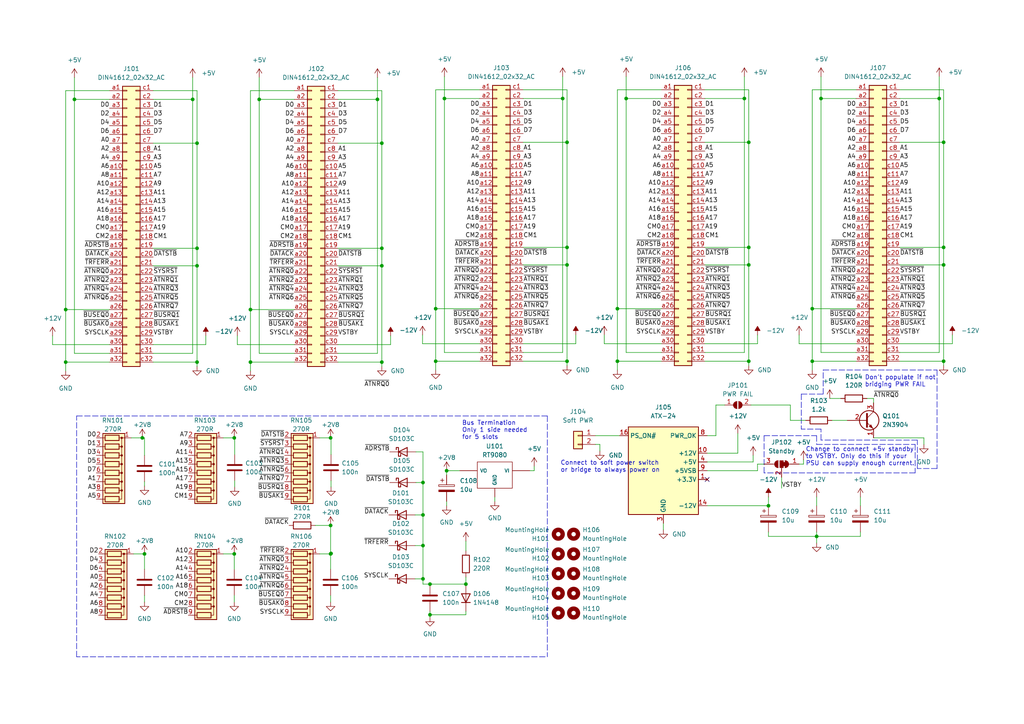
<source format=kicad_sch>
(kicad_sch (version 20211123) (generator eeschema)
  (paper "A4")
  (title_block (title "5 Slot STEbus Backplane") (date "2023-04-27") (rev "1") (company "notcows"))
  (junction (at 57.15 72.009))
  (junction (at 19.05 105.029))
  (junction (at 181.61 28.575))
  (junction (at 164.465 104.775))
  (junction (at 236.855 155.575))
  (junction (at 57.15 77.089))
  (junction (at 72.644 89.789))
  (junction (at 129.54 136.525))
  (junction (at 57.15 105.029))
  (junction (at 72.644 105.029))
  (junction (at 96.012 160.528))
  (junction (at 179.07 89.535))
  (junction (at 122.682 167.894))
  (junction (at 273.685 41.275))
  (junction (at 110.744 105.029))
  (junction (at 273.685 71.755))
  (junction (at 19.05 89.789))
  (junction (at 126.365 89.535))
  (junction (at 21.59 28.829))
  (junction (at 67.945 127))
  (junction (at 67.945 160.655))
  (junction (at 222.885 146.685))
  (junction (at 235.585 104.775))
  (junction (at 57.15 41.529))
  (junction (at 126.365 104.775))
  (junction (at 41.275 127))
  (junction (at 122.682 139.954))
  (junction (at 215.9 28.575))
  (junction (at 164.465 41.275))
  (junction (at 124.714 169.418))
  (junction (at 128.905 28.575))
  (junction (at 124.714 178.308))
  (junction (at 95.885 127))
  (junction (at 273.685 76.835))
  (junction (at 164.465 71.755))
  (junction (at 122.682 149.352))
  (junction (at 122.682 158.242))
  (junction (at 217.17 76.835))
  (junction (at 75.184 28.829))
  (junction (at 273.685 104.775))
  (junction (at 95.885 152.4))
  (junction (at 235.585 89.535))
  (junction (at 110.744 77.089))
  (junction (at 179.07 104.775))
  (junction (at 272.415 28.575))
  (junction (at 41.91 160.655))
  (junction (at 217.17 71.755))
  (junction (at 217.17 41.275))
  (junction (at 110.744 41.529))
  (junction (at 135.128 169.418))
  (junction (at 95.885 160.655))
  (junction (at 109.474 28.829))
  (junction (at 110.744 72.009))
  (junction (at 163.195 28.575))
  (junction (at 238.125 28.575))
  (junction (at 217.17 104.775))
  (junction (at 55.88 28.829))
  (junction (at 164.465 76.835))
  (no_connect (at 205.105 139.065))
  (wire (pts (xy 248.285 99.695) (xy 231.775 99.695)))
  (wire (pts (xy 213.995 131.445) (xy 213.995 125.73)))
  (wire (pts (xy 126.365 89.535) (xy 139.065 89.535)))
  (wire (pts (xy 31.75 26.289) (xy 19.05 26.289)))
  (wire (pts (xy 135.128 167.386) (xy 135.128 169.418)))
  (wire (pts (xy 191.77 28.575) (xy 181.61 28.575)))
  (wire (pts (xy 139.065 26.035) (xy 126.365 26.035)))
  (wire (pts (xy 44.45 26.289) (xy 57.15 26.289)))
  (wire (pts (xy 41.91 127) (xy 41.91 132.08)))
  (wire (pts (xy 164.465 106.045) (xy 164.465 104.775)))
  (wire (pts (xy 235.585 26.035) (xy 235.585 89.535)))
  (wire (pts (xy 260.985 99.695) (xy 276.225 99.695)))
  (wire (pts (xy 72.644 105.029) (xy 72.644 107.569)))
  (wire (pts (xy 241.3 121.92) (xy 245.745 121.92)))
  (wire (pts (xy 222.885 155.575) (xy 236.855 155.575)))
  (wire (pts (xy 181.61 102.235) (xy 191.77 102.235)))
  (wire (pts (xy 167.005 99.695) (xy 167.005 97.155)))
  (wire (pts (xy 233.045 134.62) (xy 233.045 133.35)))
  (wire (pts (xy 272.415 102.235) (xy 272.415 28.575)))
  (wire (pts (xy 260.985 71.755) (xy 273.685 71.755)))
  (wire (pts (xy 273.685 71.755) (xy 273.685 76.835)))
  (wire (pts (xy 253.365 115.57) (xy 253.365 116.84)))
  (wire (pts (xy 179.07 89.535) (xy 191.77 89.535)))
  (wire (pts (xy 98.044 28.829) (xy 109.474 28.829)))
  (polyline (pts (xy 238.125 127.635) (xy 238.125 124.46)))
  (wire (pts (xy 151.765 102.235) (xy 163.195 102.235)))
  (wire (pts (xy 143.51 144.145) (xy 143.51 145.415)))
  (wire (pts (xy 235.585 89.535) (xy 248.285 89.535)))
  (wire (pts (xy 205.105 131.445) (xy 213.995 131.445)))
  (wire (pts (xy 21.59 28.829) (xy 21.59 22.479)))
  (wire (pts (xy 236.855 155.575) (xy 236.855 157.48)))
  (wire (pts (xy 122.555 99.695) (xy 122.555 97.155)))
  (polyline (pts (xy 158.75 120.65) (xy 158.75 190.5)))
  (wire (pts (xy 98.044 77.089) (xy 110.744 77.089)))
  (wire (pts (xy 98.044 99.949) (xy 113.284 99.949)))
  (wire (pts (xy 173.99 130.81) (xy 173.99 128.905)))
  (wire (pts (xy 110.744 26.289) (xy 110.744 41.529)))
  (wire (pts (xy 205.105 136.525) (xy 219.71 136.525)))
  (wire (pts (xy 44.45 77.089) (xy 57.15 77.089)))
  (wire (pts (xy 235.585 104.775) (xy 235.585 107.315)))
  (wire (pts (xy 135.128 156.972) (xy 135.128 159.766)))
  (wire (pts (xy 75.184 28.829) (xy 75.184 102.489)))
  (wire (pts (xy 249.555 144.145) (xy 249.555 146.685)))
  (wire (pts (xy 19.05 89.789) (xy 19.05 105.029)))
  (wire (pts (xy 120.396 149.352) (xy 122.682 149.352)))
  (wire (pts (xy 231.775 134.62) (xy 233.045 134.62)))
  (wire (pts (xy 68.834 99.949) (xy 68.834 97.409)))
  (wire (pts (xy 57.15 106.299) (xy 57.15 105.029)))
  (wire (pts (xy 151.765 76.835) (xy 164.465 76.835)))
  (wire (pts (xy 57.15 77.089) (xy 57.15 105.029)))
  (polyline (pts (xy 265.43 128.905) (xy 265.43 137.16)))
  (wire (pts (xy 95.885 152.4) (xy 95.885 160.655)))
  (wire (pts (xy 215.9 28.575) (xy 215.9 22.225)))
  (wire (pts (xy 248.285 28.575) (xy 238.125 28.575)))
  (wire (pts (xy 172.72 126.365) (xy 179.705 126.365)))
  (wire (pts (xy 92.71 160.655) (xy 95.885 160.655)))
  (wire (pts (xy 31.75 28.829) (xy 21.59 28.829)))
  (wire (pts (xy 120.396 167.894) (xy 122.682 167.894)))
  (wire (pts (xy 217.805 117.475) (xy 229.235 117.475)))
  (wire (pts (xy 19.05 26.289) (xy 19.05 89.789)))
  (wire (pts (xy 120.396 158.242) (xy 122.682 158.242)))
  (wire (pts (xy 273.685 26.035) (xy 273.685 41.275)))
  (wire (pts (xy 217.17 26.035) (xy 217.17 41.275)))
  (wire (pts (xy 204.47 76.835) (xy 217.17 76.835)))
  (wire (pts (xy 248.285 26.035) (xy 235.585 26.035)))
  (wire (pts (xy 31.75 105.029) (xy 19.05 105.029)))
  (wire (pts (xy 57.15 41.529) (xy 57.15 72.009)))
  (wire (pts (xy 110.744 77.089) (xy 110.744 105.029)))
  (wire (pts (xy 19.05 105.029) (xy 19.05 107.569)))
  (wire (pts (xy 267.97 127) (xy 267.97 128.905)))
  (wire (pts (xy 260.985 41.275) (xy 273.685 41.275)))
  (wire (pts (xy 139.065 104.775) (xy 126.365 104.775)))
  (wire (pts (xy 151.765 28.575) (xy 163.195 28.575)))
  (wire (pts (xy 41.91 172.72) (xy 41.91 174.625)))
  (wire (pts (xy 226.695 138.43) (xy 226.695 141.605)))
  (wire (pts (xy 191.77 99.695) (xy 175.26 99.695)))
  (wire (pts (xy 204.47 71.755) (xy 217.17 71.755)))
  (wire (pts (xy 41.91 160.655) (xy 41.91 165.1)))
  (wire (pts (xy 205.105 133.985) (xy 218.44 133.985)))
  (wire (pts (xy 95.885 160.655) (xy 95.885 165.1)))
  (polyline (pts (xy 266.065 135.89) (xy 266.065 127.635)))
  (wire (pts (xy 91.44 152.4) (xy 95.885 152.4)))
  (polyline (pts (xy 265.43 137.16) (xy 221.615 137.16)))
  (wire (pts (xy 217.17 71.755) (xy 217.17 76.835)))
  (wire (pts (xy 260.985 102.235) (xy 272.415 102.235)))
  (polyline (pts (xy 236.855 128.905) (xy 265.43 128.905)))
  (wire (pts (xy 179.07 104.775) (xy 179.07 107.315)))
  (wire (pts (xy 85.344 105.029) (xy 72.644 105.029)))
  (wire (pts (xy 260.985 26.035) (xy 273.685 26.035)))
  (wire (pts (xy 133.35 136.525) (xy 129.54 136.525)))
  (wire (pts (xy 273.685 76.835) (xy 273.685 104.775)))
  (wire (pts (xy 179.07 26.035) (xy 179.07 89.535)))
  (wire (pts (xy 273.685 106.045) (xy 273.685 104.775)))
  (polyline (pts (xy 221.615 126.365) (xy 236.855 126.365)))
  (wire (pts (xy 124.714 169.418) (xy 124.714 169.672)))
  (wire (pts (xy 19.05 89.789) (xy 31.75 89.789)))
  (wire (pts (xy 207.645 117.475) (xy 207.645 126.365)))
  (wire (pts (xy 175.26 99.695) (xy 175.26 97.155)))
  (wire (pts (xy 260.985 76.835) (xy 273.685 76.835)))
  (wire (pts (xy 110.744 105.029) (xy 98.044 105.029)))
  (wire (pts (xy 164.465 41.275) (xy 164.465 71.755)))
  (wire (pts (xy 204.47 102.235) (xy 215.9 102.235)))
  (wire (pts (xy 98.044 102.489) (xy 109.474 102.489)))
  (wire (pts (xy 38.1 127) (xy 41.275 127)))
  (polyline (pts (xy 271.78 107.315) (xy 271.78 135.89)))
  (wire (pts (xy 249.555 155.575) (xy 249.555 154.305)))
  (wire (pts (xy 95.885 127) (xy 96.012 127)))
  (wire (pts (xy 236.855 155.575) (xy 249.555 155.575)))
  (wire (pts (xy 72.644 89.789) (xy 72.644 105.029)))
  (wire (pts (xy 192.405 151.765) (xy 192.405 153.67)))
  (wire (pts (xy 217.17 76.835) (xy 217.17 104.775)))
  (polyline (pts (xy 158.115 190.5) (xy 22.225 190.5)))
  (wire (pts (xy 64.77 160.655) (xy 67.945 160.655)))
  (wire (pts (xy 273.685 104.775) (xy 260.985 104.775)))
  (wire (pts (xy 85.344 99.949) (xy 68.834 99.949)))
  (wire (pts (xy 122.682 131.064) (xy 122.682 139.954)))
  (polyline (pts (xy 238.76 107.315) (xy 271.78 107.315)))
  (wire (pts (xy 154.94 136.525) (xy 153.67 136.525)))
  (wire (pts (xy 126.365 104.775) (xy 126.365 107.315)))
  (wire (pts (xy 219.71 134.62) (xy 221.615 134.62)))
  (wire (pts (xy 139.065 99.695) (xy 122.555 99.695)))
  (wire (pts (xy 68.072 139.446) (xy 68.072 141.224)))
  (wire (pts (xy 217.17 41.275) (xy 217.17 71.755)))
  (wire (pts (xy 44.45 102.489) (xy 55.88 102.489)))
  (wire (pts (xy 68.072 127) (xy 68.072 131.826)))
  (wire (pts (xy 41.275 127) (xy 41.91 127)))
  (wire (pts (xy 129.54 136.525) (xy 129.54 137.795)))
  (wire (pts (xy 164.465 76.835) (xy 164.465 104.775)))
  (wire (pts (xy 229.235 117.475) (xy 229.235 121.92)))
  (wire (pts (xy 109.474 28.829) (xy 109.474 22.479)))
  (wire (pts (xy 21.59 102.489) (xy 31.75 102.489)))
  (wire (pts (xy 238.125 102.235) (xy 248.285 102.235)))
  (wire (pts (xy 128.905 102.235) (xy 139.065 102.235)))
  (polyline (pts (xy 238.76 114.3) (xy 238.76 107.315)))
  (wire (pts (xy 273.685 41.275) (xy 273.685 71.755)))
  (polyline (pts (xy 271.78 135.89) (xy 266.065 135.89)))
  (wire (pts (xy 110.744 106.299) (xy 110.744 105.029)))
  (wire (pts (xy 57.15 72.009) (xy 57.15 77.089)))
  (wire (pts (xy 126.365 26.035) (xy 126.365 89.535)))
  (wire (pts (xy 231.775 99.695) (xy 231.775 97.155)))
  (wire (pts (xy 240.665 115.57) (xy 243.84 115.57)))
  (wire (pts (xy 135.128 178.308) (xy 124.714 178.308)))
  (wire (pts (xy 222.885 146.685) (xy 222.885 144.145)))
  (wire (pts (xy 21.59 28.829) (xy 21.59 102.489)))
  (wire (pts (xy 57.15 105.029) (xy 44.45 105.029)))
  (wire (pts (xy 110.744 72.009) (xy 110.744 77.089)))
  (wire (pts (xy 122.682 158.242) (xy 122.682 167.894)))
  (polyline (pts (xy 221.615 137.16) (xy 221.615 126.365)))
  (wire (pts (xy 135.128 169.418) (xy 135.128 169.672)))
  (wire (pts (xy 98.044 72.009) (xy 110.744 72.009)))
  (wire (pts (xy 85.344 26.289) (xy 72.644 26.289)))
  (polyline (pts (xy 238.125 124.46) (xy 232.41 124.46)))
  (wire (pts (xy 67.945 127) (xy 68.072 127)))
  (wire (pts (xy 164.465 104.775) (xy 151.765 104.775)))
  (polyline (pts (xy 236.855 126.365) (xy 236.855 128.905)))
  (wire (pts (xy 151.765 71.755) (xy 164.465 71.755)))
  (wire (pts (xy 98.044 41.529) (xy 110.744 41.529)))
  (polyline (pts (xy 22.225 120.65) (xy 158.75 120.65)))
  (wire (pts (xy 218.44 133.985) (xy 218.44 132.08)))
  (wire (pts (xy 120.65 131.064) (xy 122.682 131.064)))
  (wire (pts (xy 235.585 89.535) (xy 235.585 104.775)))
  (wire (pts (xy 38.735 160.655) (xy 41.91 160.655)))
  (wire (pts (xy 204.47 99.695) (xy 219.71 99.695)))
  (wire (pts (xy 72.644 89.789) (xy 85.344 89.789)))
  (wire (pts (xy 238.125 28.575) (xy 238.125 22.225)))
  (wire (pts (xy 128.905 28.575) (xy 128.905 102.235)))
  (wire (pts (xy 191.77 26.035) (xy 179.07 26.035)))
  (wire (pts (xy 154.94 135.255) (xy 154.94 136.525)))
  (wire (pts (xy 151.765 41.275) (xy 164.465 41.275)))
  (wire (pts (xy 124.714 169.418) (xy 135.128 169.418)))
  (wire (pts (xy 75.184 28.829) (xy 75.184 22.479)))
  (wire (pts (xy 44.45 41.529) (xy 57.15 41.529)))
  (wire (pts (xy 31.75 99.949) (xy 15.24 99.949)))
  (wire (pts (xy 251.46 115.57) (xy 253.365 115.57)))
  (wire (pts (xy 248.285 104.775) (xy 235.585 104.775)))
  (wire (pts (xy 236.855 144.145) (xy 236.855 146.685)))
  (wire (pts (xy 64.77 127) (xy 67.945 127)))
  (wire (pts (xy 204.47 26.035) (xy 217.17 26.035)))
  (wire (pts (xy 44.45 72.009) (xy 57.15 72.009)))
  (wire (pts (xy 217.17 106.045) (xy 217.17 104.775)))
  (wire (pts (xy 129.54 145.415) (xy 129.54 146.685)))
  (wire (pts (xy 122.682 167.894) (xy 122.682 169.418)))
  (wire (pts (xy 219.71 136.525) (xy 219.71 134.62)))
  (wire (pts (xy 113.284 99.949) (xy 113.284 97.409)))
  (wire (pts (xy 98.044 26.289) (xy 110.744 26.289)))
  (wire (pts (xy 44.45 28.829) (xy 55.88 28.829)))
  (wire (pts (xy 217.17 104.775) (xy 204.47 104.775)))
  (wire (pts (xy 236.855 154.305) (xy 236.855 155.575)))
  (wire (pts (xy 96.012 139.446) (xy 96.012 141.224)))
  (wire (pts (xy 122.682 169.418) (xy 124.714 169.418)))
  (wire (pts (xy 229.235 121.92) (xy 233.68 121.92)))
  (wire (pts (xy 139.065 28.575) (xy 128.905 28.575)))
  (wire (pts (xy 15.24 99.949) (xy 15.24 97.409)))
  (wire (pts (xy 92.71 127) (xy 95.885 127)))
  (wire (pts (xy 164.465 71.755) (xy 164.465 76.835)))
  (wire (pts (xy 151.765 26.035) (xy 164.465 26.035)))
  (wire (pts (xy 110.744 41.529) (xy 110.744 72.009)))
  (wire (pts (xy 173.99 128.905) (xy 172.72 128.905)))
  (polyline (pts (xy 232.41 114.3) (xy 238.76 114.3)))
  (wire (pts (xy 163.195 28.575) (xy 163.195 22.225)))
  (wire (pts (xy 272.415 28.575) (xy 272.415 22.225)))
  (wire (pts (xy 85.344 28.829) (xy 75.184 28.829)))
  (wire (pts (xy 122.682 139.954) (xy 122.682 149.352)))
  (wire (pts (xy 260.985 28.575) (xy 272.415 28.575)))
  (wire (pts (xy 163.195 102.235) (xy 163.195 28.575)))
  (wire (pts (xy 44.45 99.949) (xy 59.69 99.949)))
  (wire (pts (xy 204.47 41.275) (xy 217.17 41.275)))
  (wire (pts (xy 179.07 89.535) (xy 179.07 104.775)))
  (wire (pts (xy 124.714 177.292) (xy 124.714 178.308)))
  (wire (pts (xy 210.185 117.475) (xy 207.645 117.475)))
  (wire (pts (xy 205.105 146.685) (xy 222.885 146.685)))
  (wire (pts (xy 109.474 102.489) (xy 109.474 28.829)))
  (wire (pts (xy 164.465 26.035) (xy 164.465 41.275)))
  (wire (pts (xy 222.885 154.305) (xy 222.885 155.575)))
  (wire (pts (xy 205.105 126.365) (xy 207.645 126.365)))
  (wire (pts (xy 181.61 28.575) (xy 181.61 102.235)))
  (wire (pts (xy 151.765 99.695) (xy 167.005 99.695)))
  (wire (pts (xy 41.91 139.7) (xy 41.91 140.97)))
  (wire (pts (xy 219.71 99.695) (xy 219.71 97.155)))
  (wire (pts (xy 96.012 127) (xy 96.012 131.826)))
  (wire (pts (xy 59.69 99.949) (xy 59.69 97.409)))
  (wire (pts (xy 67.945 172.72) (xy 67.945 174.625)))
  (wire (pts (xy 55.88 102.489) (xy 55.88 28.829)))
  (wire (pts (xy 238.125 28.575) (xy 238.125 102.235)))
  (polyline (pts (xy 266.065 127.635) (xy 238.125 127.635)))
  (wire (pts (xy 95.885 172.72) (xy 95.885 174.625)))
  (polyline (pts (xy 22.225 190.5) (xy 22.225 120.65)))
  (wire (pts (xy 124.714 178.308) (xy 124.714 179.07)))
  (wire (pts (xy 57.15 26.289) (xy 57.15 41.529)))
  (wire (pts (xy 128.905 28.575) (xy 128.905 22.225)))
  (wire (pts (xy 126.365 89.535) (xy 126.365 104.775)))
  (wire (pts (xy 55.88 28.829) (xy 55.88 22.479)))
  (wire (pts (xy 215.9 102.235) (xy 215.9 28.575)))
  (wire (pts (xy 191.77 104.775) (xy 179.07 104.775)))
  (wire (pts (xy 204.47 28.575) (xy 215.9 28.575)))
  (wire (pts (xy 181.61 28.575) (xy 181.61 22.225)))
  (wire (pts (xy 135.128 177.292) (xy 135.128 178.308)))
  (wire (pts (xy 276.225 99.695) (xy 276.225 97.155)))
  (wire (pts (xy 253.365 127) (xy 267.97 127)))
  (wire (pts (xy 95.885 160.655) (xy 96.012 160.528)))
  (wire (pts (xy 75.184 102.489) (xy 85.344 102.489)))
  (wire (pts (xy 72.644 26.289) (xy 72.644 89.789)))
  (wire (pts (xy 122.682 149.352) (xy 122.682 158.242)))
  (wire (pts (xy 120.65 139.954) (xy 122.682 139.954)))
  (wire (pts (xy 67.945 160.655) (xy 67.945 165.1)))
  (polyline (pts (xy 232.41 114.3) (xy 232.41 124.46)))
  (text "Change to connect +5v standby\nto VSTBY. Only do this if your\nPSU can supply enough current." (at 233.68 135.255 0) (effects (font (size 1.27 1.27)) (justify left bottom)))
  (text "Connect to soft power switch\nor bridge to always power on" (at 162.56 137.16 0) (effects (font (size 1.27 1.27)) (justify left bottom)))
  (text "Bus Termination\nOnly 1 side needed\nfor 5 slots" (at 133.985 127.635 0) (effects (font (size 1.27 1.27)) (justify left bottom)))
  (text "Don't populate if not\nbridging PWR FAIL" (at 250.825 112.395 0) (effects (font (size 1.27 1.27)) (justify left bottom)))
  (label "~{BUSAK0}" (at 248.285 94.615 180))
  (label "D3" (at 44.45 33.909 0))
  (label "~{BUSAK1}" (at 260.985 94.615 0))
  (label "D5" (at 151.765 36.195 0))
  (label "D3" (at 98.044 33.909 0))
  (label "A15" (at 98.044 61.849 0))
  (label "A14" (at 85.344 59.309 180))
  (label "~{ATNRQ3}" (at 98.044 84.709 0))
  (label "A14" (at 31.75 59.309 180))
  (label "D1" (at 44.45 31.369 0))
  (label "~{ATNRQ7}" (at 98.044 89.789 0))
  (label "D6" (at 248.285 38.735 180))
  (label "A14" (at 54.61 165.735 180))
  (label "A7" (at 98.044 51.689 0))
  (label "D1" (at 98.044 31.369 0))
  (label "~{SYSRST}" (at 151.765 79.375 0))
  (label "~{BUSAK1}" (at 98.044 94.869 0))
  (label "A3" (at 260.985 46.355 0))
  (label "A8" (at 191.77 51.435 180))
  (label "~{DATSTB}" (at 151.765 74.295 0))
  (label "D5" (at 260.985 36.195 0))
  (label "~{ATNRQ6}" (at 82.55 170.815 180))
  (label "CM1" (at 260.985 69.215 0))
  (label "~{BUSAK0}" (at 139.065 94.615 180))
  (label "~{BUSRQ1}" (at 260.985 92.075 0))
  (label "~{DATACK}" (at 112.776 149.352 180))
  (label "A11" (at 151.765 56.515 0))
  (label "~{BUSRQ1}" (at 82.55 142.24 180))
  (label "A1" (at 260.985 43.815 0))
  (label "A1" (at 27.94 139.7 180))
  (label "A12" (at 248.285 56.515 180))
  (label "A19" (at 151.765 66.675 0))
  (label "A4" (at 31.75 46.609 180))
  (label "D2" (at 28.575 160.655 180))
  (label "CM1" (at 204.47 69.215 0))
  (label "A7" (at 260.985 51.435 0))
  (label "A2" (at 31.75 44.069 180))
  (label "~{TRFERR}" (at 82.55 160.655 180))
  (label "D0" (at 31.75 31.369 180))
  (label "D7" (at 98.044 38.989 0))
  (label "A11" (at 204.47 56.515 0))
  (label "D3" (at 27.94 132.08 180))
  (label "D0" (at 85.344 31.369 180))
  (label "A1" (at 151.765 43.815 0))
  (label "~{ATNRQ0}" (at 31.75 79.629 180))
  (label "~{DATSTB}" (at 204.47 74.295 0))
  (label "~{ADRSTB}" (at 113.03 131.064 180))
  (label "A10" (at 31.75 54.229 180))
  (label "~{ATNRQ7}" (at 260.985 89.535 0))
  (label "A4" (at 28.575 173.355 180))
  (label "D1" (at 204.47 31.115 0))
  (label "A6" (at 139.065 48.895 180))
  (label "VSTBY" (at 98.044 97.409 0))
  (label "A8" (at 248.285 51.435 180))
  (label "~{ADRSTB}" (at 191.77 71.755 180))
  (label "~{ATNRQ6}" (at 248.285 86.995 180))
  (label "SYSCLK" (at 85.344 97.409 180))
  (label "~{SYSRST}" (at 98.044 79.629 0))
  (label "A18" (at 31.75 64.389 180))
  (label "~{DATSTB}" (at 98.044 74.549 0))
  (label "CM0" (at 54.61 173.355 180))
  (label "A19" (at 44.45 66.929 0))
  (label "~{ADRSTB}" (at 248.285 71.755 180))
  (label "D0" (at 27.94 127 180))
  (label "D2" (at 191.77 33.655 180))
  (label "A6" (at 248.285 48.895 180))
  (label "A11" (at 98.044 56.769 0))
  (label "~{ATNRQ2}" (at 31.75 82.169 180))
  (label "A9" (at 151.765 53.975 0))
  (label "A9" (at 204.47 53.975 0))
  (label "A9" (at 260.985 53.975 0))
  (label "~{ATNRQ3}" (at 82.55 134.62 180))
  (label "~{ATNRQ2}" (at 85.344 82.169 180))
  (label "D3" (at 260.985 33.655 0))
  (label "~{ATNRQ1}" (at 204.47 81.915 0))
  (label "A13" (at 98.044 59.309 0))
  (label "~{ATNRQ4}" (at 82.55 168.275 180))
  (label "CM0" (at 85.344 66.929 180))
  (label "~{TRFERR}" (at 85.344 77.089 180))
  (label "~{BUSAK1}" (at 82.55 144.78 180))
  (label "A15" (at 151.765 61.595 0))
  (label "D5" (at 27.94 134.62 180))
  (label "~{DATSTB}" (at 113.03 139.954 180))
  (label "A12" (at 85.344 56.769 180))
  (label "SYSCLK" (at 112.776 167.894 180))
  (label "A17" (at 260.985 64.135 0))
  (label "~{ATNRQ7}" (at 82.55 139.7 180))
  (label "A5" (at 151.765 48.895 0))
  (label "D2" (at 139.065 33.655 180))
  (label "~{ATNRQ3}" (at 260.985 84.455 0))
  (label "~{DATACK}" (at 83.82 152.4 180))
  (label "A0" (at 31.75 41.529 180))
  (label "~{ATNRQ6}" (at 31.75 87.249 180))
  (label "CM0" (at 139.065 66.675 180))
  (label "D3" (at 204.47 33.655 0))
  (label "A16" (at 85.344 61.849 180))
  (label "D7" (at 44.45 38.989 0))
  (label "D6" (at 139.065 38.735 180))
  (label "D1" (at 151.765 31.115 0))
  (label "A12" (at 191.77 56.515 180))
  (label "A0" (at 139.065 41.275 180))
  (label "VSTBY" (at 226.695 141.605 0))
  (label "~{TRFERR}" (at 31.75 77.089 180))
  (label "~{BUSEQ0}" (at 248.285 92.075 180))
  (label "SYSCLK" (at 31.75 97.409 180))
  (label "D7" (at 27.94 137.16 180))
  (label "A2" (at 28.575 170.815 180))
  (label "D5" (at 204.47 36.195 0))
  (label "~{ATNRQ0}" (at 248.285 79.375 180))
  (label "A2" (at 85.344 44.069 180))
  (label "A11" (at 260.985 56.515 0))
  (label "A16" (at 248.285 61.595 180))
  (label "~{SYSRST}" (at 204.47 79.375 0))
  (label "~{ATNRQ1}" (at 98.044 82.169 0))
  (label "D6" (at 31.75 38.989 180))
  (label "~{ATNRQ0}" (at 82.55 163.195 180))
  (label "~{BUSRQ1}" (at 204.47 92.075 0))
  (label "A1" (at 98.044 44.069 0))
  (label "D0" (at 248.285 31.115 180))
  (label "A6" (at 28.575 175.895 180))
  (label "A4" (at 139.065 46.355 180))
  (label "~{ATNRQ1}" (at 44.45 82.169 0))
  (label "~{BUSAK1}" (at 151.765 94.615 0))
  (label "A3" (at 98.044 46.609 0))
  (label "A19" (at 98.044 66.929 0))
  (label "A11" (at 54.61 132.08 180))
  (label "~{ATNRQ6}" (at 85.344 87.249 180))
  (label "~{SYSRST}" (at 82.55 129.54 180))
  (label "A16" (at 54.61 168.275 180))
  (label "VSTBY" (at 44.45 97.409 0))
  (label "CM2" (at 85.344 69.469 180))
  (label "~{DATACK}" (at 139.065 74.295 180))
  (label "~{ATNRQ0}" (at 85.344 79.629 180))
  (label "A12" (at 31.75 56.769 180))
  (label "A17" (at 54.61 139.7 180))
  (label "~{ATNRQ5}" (at 44.45 87.249 0))
  (label "A9" (at 54.61 129.54 180))
  (label "A19" (at 260.985 66.675 0))
  (label "~{BUSAK1}" (at 204.47 94.615 0))
  (label "D5" (at 98.044 36.449 0))
  (label "CM1" (at 54.61 144.78 180))
  (label "CM0" (at 31.75 66.929 180))
  (label "D6" (at 191.77 38.735 180))
  (label "~{BUSEQ0}" (at 191.77 92.075 180))
  (label "D7" (at 204.47 38.735 0))
  (label "D4" (at 248.285 36.195 180))
  (label "A14" (at 248.285 59.055 180))
  (label "A1" (at 204.47 43.815 0))
  (label "~{ATNRQ0}" (at 113.03 112.395 180))
  (label "~{ATNRQ6}" (at 139.065 86.995 180))
  (label "VSTBY" (at 204.47 97.155 0))
  (label "D4" (at 28.575 163.195 180))
  (label "SYSCLK" (at 248.285 97.155 180))
  (label "A3" (at 204.47 46.355 0))
  (label "A0" (at 28.575 168.275 180))
  (label "A4" (at 85.344 46.609 180))
  (label "~{ATNRQ2}" (at 191.77 81.915 180))
  (label "A15" (at 54.61 137.16 180))
  (label "~{TRFERR}" (at 248.285 76.835 180))
  (label "A7" (at 204.47 51.435 0))
  (label "A13" (at 54.61 134.62 180))
  (label "~{SYSRST}" (at 260.985 79.375 0))
  (label "A18" (at 191.77 64.135 180))
  (label "~{ADRSTB}" (at 85.344 72.009 180))
  (label "~{BUSEQ0}" (at 82.55 173.355 180))
  (label "A6" (at 85.344 49.149 180))
  (label "~{ATNRQ1}" (at 82.55 132.08 180))
  (label "CM1" (at 44.45 69.469 0))
  (label "~{DATSTB}" (at 82.55 127 180))
  (label "CM1" (at 98.044 69.469 0))
  (label "~{BUSAK0}" (at 82.55 175.895 180))
  (label "A9" (at 98.044 54.229 0))
  (label "A16" (at 191.77 61.595 180))
  (label "~{ATNRQ3}" (at 204.47 84.455 0))
  (label "~{BUSAK0}" (at 31.75 94.869 180))
  (label "CM2" (at 248.285 69.215 180))
  (label "A17" (at 98.044 64.389 0))
  (label "D0" (at 191.77 31.115 180))
  (label "A17" (at 151.765 64.135 0))
  (label "~{ATNRQ4}" (at 85.344 84.709 180))
  (label "A2" (at 191.77 43.815 180))
  (label "A5" (at 260.985 48.895 0))
  (label "A13" (at 44.45 59.309 0))
  (label "~{ADRSTB}" (at 31.75 72.009 180))
  (label "SYSCLK" (at 191.77 97.155 180))
  (label "D2" (at 31.75 33.909 180))
  (label "A15" (at 204.47 61.595 0))
  (label "CM2" (at 191.77 69.215 180))
  (label "~{ATNRQ0}" (at 191.77 79.375 180))
  (label "A4" (at 191.77 46.355 180))
  (label "A18" (at 85.344 64.389 180))
  (label "A2" (at 139.065 43.815 180))
  (label "D7" (at 151.765 38.735 0))
  (label "A7" (at 151.765 51.435 0))
  (label "~{ATNRQ2}" (at 139.065 81.915 180))
  (label "~{TRFERR}" (at 112.776 158.242 180))
  (label "CM2" (at 54.61 175.895 180))
  (label "~{DATACK}" (at 85.344 74.549 180))
  (label "A7" (at 54.61 127 180))
  (label "A8" (at 31.75 51.689 180))
  (label "A18" (at 248.285 64.135 180))
  (label "A16" (at 139.065 61.595 180))
  (label "~{SYSRST}" (at 44.45 79.629 0))
  (label "CM0" (at 248.285 66.675 180))
  (label "~{DATACK}" (at 31.75 74.549 180))
  (label "~{ATNRQ1}" (at 151.765 81.915 0))
  (label "A10" (at 191.77 53.975 180))
  (label "A10" (at 85.344 54.229 180))
  (label "A18" (at 139.065 64.135 180))
  (label "A14" (at 139.065 59.055 180))
  (label "CM2" (at 139.065 69.215 180))
  (label "A14" (at 191.77 59.055 180))
  (label "A3" (at 27.94 142.24 180))
  (label "A3" (at 151.765 46.355 0))
  (label "D2" (at 85.344 33.909 180))
  (label "A13" (at 260.985 59.055 0))
  (label "SYSCLK" (at 139.065 97.155 180))
  (label "A6" (at 31.75 49.149 180))
  (label "A4" (at 248.285 46.355 180))
  (label "A19" (at 54.61 142.24 180))
  (label "A15" (at 44.45 61.849 0))
  (label "~{ATNRQ1}" (at 260.985 81.915 0))
  (label "A17" (at 44.45 64.389 0))
  (label "~{ATNRQ7}" (at 44.45 89.789 0))
  (label "A13" (at 204.47 59.055 0))
  (label "A7" (at 44.45 51.689 0))
  (label "D4" (at 139.065 36.195 180))
  (label "~{BUSAK1}" (at 44.45 94.869 0))
  (label "VSTBY" (at 151.765 97.155 0))
  (label "D1" (at 27.94 129.54 180))
  (label "A9" (at 44.45 54.229 0))
  (label "~{BUSRQ1}" (at 151.765 92.075 0))
  (label "D0" (at 139.065 31.115 180))
  (label "~{DATACK}" (at 248.285 74.295 180))
  (label "~{BUSAK0}" (at 85.344 94.869 180))
  (label "A3" (at 44.45 46.609 0))
  (label "A10" (at 139.065 53.975 180))
  (label "A13" (at 151.765 59.055 0))
  (label "D7" (at 260.985 38.735 0))
  (label "D6" (at 85.344 38.989 180))
  (label "A5" (at 27.94 144.78 180))
  (label "~{ATNRQ5}" (at 98.044 87.249 0))
  (label "A2" (at 248.285 43.815 180))
  (label "~{ATNRQ4}" (at 31.75 84.709 180))
  (label "A11" (at 44.45 56.769 0))
  (label "A6" (at 191.77 48.895 180))
  (label "~{BUSEQ0}" (at 139.065 92.075 180))
  (label "~{ATNRQ2}" (at 82.55 165.735 180))
  (label "A16" (at 31.75 61.849 180))
  (label "~{DATSTB}" (at 44.45 74.549 0))
  (label "~{TRFERR}" (at 139.065 76.835 180))
  (label "A15" (at 260.985 61.595 0))
  (label "~{ATNRQ3}" (at 44.45 84.709 0))
  (label "A1" (at 44.45 44.069 0))
  (label "A0" (at 85.344 41.529 180))
  (label "~{ATNRQ4}" (at 139.065 84.455 180))
  (label "~{ATNRQ4}" (at 191.77 84.455 180))
  (label "~{BUSEQ0}" (at 85.344 92.329 180))
  (label "A8" (at 85.344 51.689 180))
  (label "~{ATNRQ5}" (at 260.985 86.995 0))
  (label "A5" (at 98.044 49.149 0))
  (label "A5" (at 204.47 48.895 0))
  (label "D6" (at 28.575 165.735 180))
  (label "CM2" (at 31.75 69.469 180))
  (label "~{ADRSTB}" (at 139.065 71.755 180))
  (label "~{ATNRQ2}" (at 248.285 81.915 180))
  (label "~{DATACK}" (at 191.77 74.295 180))
  (label "A8" (at 28.575 178.435 180))
  (label "A18" (at 54.61 170.815 180))
  (label "~{DATSTB}" (at 260.985 74.295 0))
  (label "D4" (at 191.77 36.195 180))
  (label "~{ATNRQ7}" (at 151.765 89.535 0))
  (label "~{ATNRQ5}" (at 82.55 137.16 180))
  (label "~{ATNRQ0}" (at 253.365 115.57 0))
  (label "A8" (at 139.065 51.435 180))
  (label "~{ATNRQ6}" (at 191.77 86.995 180))
  (label "~{ATNRQ5}" (at 204.47 86.995 0))
  (label "~{ATNRQ0}" (at 139.065 79.375 180))
  (label "CM0" (at 191.77 66.675 180))
  (label "~{ATNRQ5}" (at 151.765 86.995 0))
  (label "D2" (at 248.285 33.655 180))
  (label "A0" (at 248.285 41.275 180))
  (label "A19" (at 204.47 66.675 0))
  (label "~{ATNRQ7}" (at 204.47 89.535 0))
  (label "A10" (at 54.61 160.655 180))
  (label "~{ATNRQ4}" (at 248.285 84.455 180))
  (label "A5" (at 44.45 49.149 0))
  (label "D3" (at 151.765 33.655 0))
  (label "A12" (at 139.065 56.515 180))
  (label "D5" (at 44.45 36.449 0))
  (label "D4" (at 85.344 36.449 180))
  (label "SYSCLK" (at 82.55 178.435 180))
  (label "~{BUSRQ1}" (at 44.45 92.329 0))
  (label "~{ATNRQ3}" (at 151.765 84.455 0))
  (label "A0" (at 191.77 41.275 180))
  (label "A10" (at 248.285 53.975 180))
  (label "~{BUSEQ0}" (at 31.75 92.329 180))
  (label "~{TRFERR}" (at 191.77 76.835 180))
  (label "CM1" (at 151.765 69.215 0))
  (label "D4" (at 31.75 36.449 180))
  (label "~{ADRSTB}" (at 54.61 178.435 180))
  (label "~{BUSAK0}" (at 191.77 94.615 180))
  (label "~{BUSRQ1}" (at 98.044 92.329 0))
  (label "A12" (at 54.61 163.195 180))
  (label "A17" (at 204.47 64.135 0))
  (label "VSTBY" (at 260.985 97.155 0))
  (label "D1" (at 260.985 31.115 0))
  (symbol (lib_id "power:+2V8") (at 41.275 127 0) (unit 1)
    (property "Reference" "#PWR0104" (effects hide))
    (property "Value" "+2V8" (at 41.275 123.19 0))
  )
  (symbol (lib_id "power:GND") (at 217.17 106.045 0) (unit 1)
    (property "Reference" "#PWR0144" (effects hide))
    (property "Value" "GND" (at 219.71 107.3149 0) (effects (justify left)))
  )
  (symbol (lib_id "power:GND") (at 41.91 174.625 0) (unit 1)
    (property "Reference" "#PWR0107" (effects hide))
    (property "Value" "GND" (at 41.91 179.451 0))
  )
  (symbol (lib_id "power:+12V") (at 15.24 97.409 0) (unit 1)
    (property "Reference" "#PWR0101" (effects hide))
    (property "Value" "+12V" (at 15.24 92.329 0))
  )
  (symbol (lib_id "Connector_Generic:Conn_01x02") (at 167.64 126.365 0) (mirror y) (unit 1)
    (property "Reference" "J104" (at 167.64 119.38 0))
    (property "Value" "Soft PWR" (at 167.64 121.92 0))
    (property "Footprint" "Connector_PinHeader_2.54mm:PinHeader_1x02_P2.54mm_Vertical" (effects hide))
    (property "digikey" "1988-1163-ND" (effects hide))
  )
  (symbol (lib_id "Device:R") (at 87.63 152.4 90) (unit 1)
    (property "Reference" "R101" (at 87.63 147.32 90))
    (property "Value" "270R" (at 87.63 149.86 90))
    (property "Footprint" "Resistor_THT:R_Axial_DIN0309_L9.0mm_D3.2mm_P12.70mm_Horizontal" (effects hide))
    (property "digikey" "CF18JT270R" (effects hide))
  )
  (symbol (lib_id "Device:R") (at 247.65 115.57 90) (unit 1)
    (property "Reference" "R104" (at 247.65 109.22 90))
    (property "Value" "120R" (at 247.65 111.76 90))
    (property "Footprint" "Resistor_THT:R_Axial_DIN0309_L9.0mm_D3.2mm_P12.70mm_Horizontal" (effects hide))
    (property "digikey" "CF18JT120R" (effects hide))
  )
  (symbol (lib_id "power:-12V") (at 59.69 97.409 0) (unit 1)
    (property "Reference" "#PWR0110" (effects hide))
    (property "Value" "-12V" (at 62.23 96.1389 0) (effects (justify left)))
  )
  (symbol (lib_id "power:+2V8") (at 95.885 127 0) (unit 1)
    (property "Reference" "#PWR0118" (effects hide))
    (property "Value" "+2V8" (at 95.885 123.19 0))
  )
  (symbol (lib_id "power:GND") (at 179.07 107.315 0) (unit 1)
    (property "Reference" "#PWR0139" (effects hide))
    (property "Value" "GND" (at 179.07 112.395 0))
  )
  (symbol (lib_id "power:+5V") (at 181.61 22.225 0) (unit 1)
    (property "Reference" "#PWR0140" (effects hide))
    (property "Value" "+5V" (at 181.61 17.145 0))
  )
  (symbol (lib_id "Device:C") (at 96.012 135.636 0) (unit 1)
    (property "Reference" "C105" (at 99.06 134.3659 0) (effects (justify left)))
    (property "Value" "100n" (at 99.06 136.9059 0) (effects (justify left)))
    (property "Footprint" "Capacitor_SMD:C_0603_1608Metric_Pad1.08x0.95mm_HandSolder" (effects hide))
    (property "digikey" "311-1777-1-ND" (effects hide))
  )
  (symbol (lib_id "power:GND") (at 95.885 174.625 0) (unit 1)
    (property "Reference" "#PWR0121" (effects hide))
    (property "Value" "GND" (at 95.885 179.451 0))
  )
  (symbol (lib_id "Device:C") (at 41.91 168.91 0) (unit 1)
    (property "Reference" "C102" (at 45.466 167.6399 0) (effects (justify left)))
    (property "Value" "100n" (at 45.466 170.1799 0) (effects (justify left)))
    (property "Footprint" "Capacitor_SMD:C_0603_1608Metric_Pad1.08x0.95mm_HandSolder" (effects hide))
    (property "digikey" "311-1777-1-ND" (effects hide))
  )
  (symbol (lib_id "power:GND") (at 96.012 141.224 0) (unit 1)
    (property "Reference" "#PWR0120" (effects hide))
    (property "Value" "GND" (at 96.012 146.05 0))
  )
  (symbol (lib_id "Device:C") (at 124.714 173.482 0) (unit 1)
    (property "Reference" "C107" (at 128.27 172.2119 0) (effects (justify left)))
    (property "Value" "100n" (at 128.27 174.7519 0) (effects (justify left)))
    (property "Footprint" "Capacitor_SMD:C_0603_1608Metric_Pad1.08x0.95mm_HandSolder" (effects hide))
    (property "digikey" "311-1777-1-ND" (effects hide))
  )
  (symbol (lib_id "Device:C_Polarized") (at 249.555 150.495 0) (unit 1)
    (property "Reference" "C111" (at 253.365 148.3359 0) (effects (justify left)))
    (property "Value" "10u" (at 253.365 150.8759 0) (effects (justify left)))
    (property "Footprint" "Capacitor_THT:CP_Radial_D6.3mm_P2.50mm" (effects hide))
    (property "digikey" "493-16275-1-ND" (effects hide))
  )
  (symbol (lib_id "power:+5V") (at 128.905 22.225 0) (unit 1)
    (property "Reference" "#PWR0128" (effects hide))
    (property "Value" "+5V" (at 128.905 17.145 0))
  )
  (symbol (lib_id "Jumper:SolderJumper_2_Open") (at 213.995 117.475 0) (unit 1)
    (property "Reference" "JP101" (at 213.995 111.76 0))
    (property "Value" "PWR FAIL" (at 213.995 114.3 0))
    (property "Footprint" "Jumper:SolderJumper-2_P1.3mm_Open_RoundedPad1.0x1.5mm" (effects hide))
  )
  (symbol (lib_id "power:+2V8") (at 95.885 152.4 0) (unit 1)
    (property "Reference" "#PWR0119" (effects hide))
    (property "Value" "+2V8" (at 95.885 148.59 0))
  )
  (symbol (lib_id "power:-12V") (at 167.005 97.155 0) (unit 1)
    (property "Reference" "#PWR0136" (effects hide))
    (property "Value" "-12V" (at 169.545 95.8849 0) (effects (justify left)))
  )
  (symbol (lib_id "power:+12V") (at 213.995 125.73 0) (unit 1)
    (property "Reference" "#PWR0142" (effects hide))
    (property "Value" "+12V" (at 213.995 120.65 0))
  )
  (symbol (lib_id "power:GND") (at 72.644 107.569 0) (unit 1)
    (property "Reference" "#PWR0116" (effects hide))
    (property "Value" "GND" (at 72.644 112.649 0))
  )
  (symbol (lib_id "Mechanical:MountingHole") (at 166.37 177.8 0) (unit 1) (in_bom no)
    (property "Reference" "H110" (at 168.91 176.5299 0) (effects (justify left)))
    (property "Value" "MountingHole" (at 168.91 179.0699 0) (effects (justify left)))
    (property "Footprint" "MountingHole:MountingHole_3.2mm_M3" (effects hide))
  )
  (symbol (lib_id "Connector:DIN41612_02x32_AC") (at 36.83 64.389 0) (unit 1)
    (property "Reference" "J101" (at 38.1 19.939 0))
    (property "Value" "DIN41612_02x32_AC" (at 38.1 22.479 0))
    (property "Footprint" "Connector_DIN:DIN41612_C_2x32_Female_Vertical_THT" (effects hide))
    (property "digikey" "2684-224411-E-ND" (effects hide))
  )
  (symbol (lib_id "power:+2V8") (at 67.945 127 0) (unit 1)
    (property "Reference" "#PWR0111" (effects hide))
    (property "Value" "+2V8" (at 67.945 123.19 0))
  )
  (symbol (lib_id "power:+5V") (at 55.88 22.479 0) (unit 1)
    (property "Reference" "#PWR0108" (effects hide))
    (property "Value" "+5V" (at 58.42 21.2089 0) (effects (justify left)))
  )
  (symbol (lib_id "power:+2V8") (at 129.54 136.525 0) (unit 1)
    (property "Reference" "#PWR0129" (effects hide))
    (property "Value" "+2V8" (at 129.54 132.715 0))
  )
  (symbol (lib_id "Mechanical:MountingHole") (at 166.37 160.655 0) (unit 1) (in_bom no)
    (property "Reference" "H107" (at 168.91 159.3849 0) (effects (justify left)))
    (property "Value" "MountingHole" (at 168.91 161.9249 0) (effects (justify left)))
    (property "Footprint" "MountingHole:MountingHole_3.2mm_M3" (effects hide))
  )
  (symbol (lib_id "power:+12V") (at 231.775 97.155 0) (unit 1)
    (property "Reference" "#PWR0148" (effects hide))
    (property "Value" "+12V" (at 231.775 92.075 0))
  )
  (symbol (lib_id "power:GND") (at 129.54 146.685 0) (unit 1)
    (property "Reference" "#PWR0130" (effects hide))
    (property "Value" "GND" (at 129.54 151.511 0))
  )
  (symbol (lib_id "Mechanical:MountingHole") (at 166.37 172.085 0) (unit 1) (in_bom no)
    (property "Reference" "H109" (at 168.91 170.8149 0) (effects (justify left)))
    (property "Value" "MountingHole" (at 168.91 173.3549 0) (effects (justify left)))
    (property "Footprint" "MountingHole:MountingHole_3.2mm_M3" (effects hide))
  )
  (symbol (lib_id "Device:R_Network08") (at 87.63 137.16 270) (unit 1)
    (property "Reference" "RN105" (at 87.376 121.92 90))
    (property "Value" "270R" (at 87.376 124.46 90))
    (property "Footprint" "Resistor_THT:R_Array_SIP9" (effects hide))
    (property "Datasheet" "http://www.vishay.com/docs/31509/csc.pdf" (effects hide))
    (property "digikey" "4609X-101-271LF-ND" (effects hide))
  )
  (symbol (lib_id "power:GND") (at 192.405 153.67 0) (unit 1)
    (property "Reference" "#PWR0141" (effects hide))
    (property "Value" "GND" (at 194.945 154.9399 0) (effects (justify left)))
  )
  (symbol (lib_id "Connector:DIN41612_02x32_AC") (at 144.145 64.135 0) (unit 1)
    (property "Reference" "J103" (at 145.415 19.685 0))
    (property "Value" "DIN41612_02x32_AC" (at 145.415 22.225 0))
    (property "Footprint" "Connector_DIN:DIN41612_C_2x32_Female_Vertical_THT" (effects hide))
    (property "digikey" "2684-224411-E-ND" (effects hide))
  )
  (symbol (lib_id "power:+5V") (at 21.59 22.479 0) (unit 1)
    (property "Reference" "#PWR0103" (effects hide))
    (property "Value" "+5V" (at 21.59 17.399 0))
  )
  (symbol (lib_id "Mechanical:MountingHole") (at 161.925 177.8 180) (unit 1) (in_bom no)
    (property "Reference" "H105" (at 159.385 179.0701 0) (effects (justify left)))
    (property "Value" "MountingHole" (at 159.385 176.5301 0) (effects (justify left)))
    (property "Footprint" "MountingHole:MountingHole_3.2mm_M3" (effects hide))
  )
  (symbol (lib_id "Jumper:SolderJumper_3_Bridged12") (at 226.695 134.62 0) (mirror y) (unit 1)
    (property "Reference" "JP102" (at 226.695 128.27 0))
    (property "Value" "Standby" (at 226.695 130.81 0))
    (property "Footprint" "Jumper:SolderJumper-3_P1.3mm_Bridged12_RoundedPad1.0x1.5mm_NumberLabels" (effects hide))
  )
  (symbol (lib_id "Connector:DIN41612_02x32_AC") (at 196.85 64.135 0) (unit 1)
    (property "Reference" "J106" (at 198.12 19.685 0))
    (property "Value" "DIN41612_02x32_AC" (at 198.12 22.225 0))
    (property "Footprint" "Connector_DIN:DIN41612_C_2x32_Female_Vertical_THT" (effects hide))
    (property "digikey" "2684-224411-E-ND" (effects hide))
  )
  (symbol (lib_id "power:GND") (at 267.97 128.905 0) (unit 1)
    (property "Reference" "#PWR0156" (effects hide))
    (property "Value" "GND" (at 267.97 133.985 0))
  )
  (symbol (lib_id "Mechanical:MountingHole") (at 161.925 160.655 180) (unit 1) (in_bom no)
    (property "Reference" "H102" (at 159.385 161.9251 0) (effects (justify left)))
    (property "Value" "MountingHole" (at 159.385 159.3851 0) (effects (justify left)))
    (property "Footprint" "MountingHole:MountingHole_3.2mm_M3" (effects hide))
  )
  (symbol (lib_id "power:-12V") (at 276.225 97.155 0) (unit 1)
    (property "Reference" "#PWR0159" (effects hide))
    (property "Value" "-12V" (at 278.765 95.8849 0) (effects (justify left)))
  )
  (symbol (lib_id "Device:D_Schottky") (at 116.84 139.954 0) (unit 1)
    (property "Reference" "D105" (at 116.5225 133.604 0))
    (property "Value" "SD103C" (at 116.5225 136.144 0))
    (property "Footprint" "Diode_THT:D_DO-35_SOD27_P7.62mm_Horizontal" (effects hide))
    (property "digikey" "SD103CVSCT-ND" (effects hide))
  )
  (symbol (lib_id "Mechanical:MountingHole") (at 166.37 166.37 0) (unit 1) (in_bom no)
    (property "Reference" "H108" (at 168.91 165.0999 0) (effects (justify left)))
    (property "Value" "MountingHole" (at 168.91 167.6399 0) (effects (justify left)))
    (property "Footprint" "MountingHole:MountingHole_3.2mm_M3" (effects hide))
  )
  (symbol (lib_id "Device:C_Polarized") (at 129.54 141.605 0) (unit 1)
    (property "Reference" "C108" (at 133.35 139.4459 0) (effects (justify left)))
    (property "Value" "10u" (at 133.35 141.9859 0) (effects (justify left)))
    (property "Footprint" "Capacitor_THT:CP_Radial_D6.3mm_P2.50mm" (effects hide))
    (property "digikey" "493-16275-1-ND" (effects hide))
  )
  (symbol (lib_id "power:GND") (at 57.15 106.299 0) (unit 1)
    (property "Reference" "#PWR0109" (effects hide))
    (property "Value" "GND" (at 59.69 107.5689 0) (effects (justify left)))
  )
  (symbol (lib_id "vw:RT9080") (at 143.51 137.795 0) (mirror y) (unit 1)
    (property "Reference" "U101" (at 143.51 129.413 0))
    (property "Value" "RT9080" (at 143.51 131.953 0))
    (property "Footprint" "Package_TO_SOT_SMD:TSOT-23_HandSoldering" (effects hide))
    (property "Datasheet" "https://www.richtek.com/SaveDownload.aspx?specid=RT9080" (effects hide))
    (property "digikey" "RT9080-25GJ5" (effects hide))
  )
  (symbol (lib_id "Device:C") (at 95.885 168.91 0) (unit 1)
    (property "Reference" "C106" (at 98.933 167.6399 0) (effects (justify left)))
    (property "Value" "100n" (at 98.933 170.1799 0) (effects (justify left)))
    (property "Footprint" "Capacitor_SMD:C_0603_1608Metric_Pad1.08x0.95mm_HandSolder" (effects hide))
    (property "digikey" "311-1777-1-ND" (effects hide))
  )
  (symbol (lib_id "power:GND") (at 41.91 140.97 0) (unit 1)
    (property "Reference" "#PWR0105" (effects hide))
    (property "Value" "GND" (at 41.91 145.796 0))
  )
  (symbol (lib_id "power:+12V") (at 122.555 97.155 0) (unit 1)
    (property "Reference" "#PWR0125" (effects hide))
    (property "Value" "+12V" (at 122.555 92.075 0))
  )
  (symbol (lib_id "power:GND") (at 19.05 107.569 0) (unit 1)
    (property "Reference" "#PWR0102" (effects hide))
    (property "Value" "GND" (at 19.05 112.649 0))
  )
  (symbol (lib_id "Device:C") (at 41.91 135.89 0) (unit 1)
    (property "Reference" "C101" (at 45.974 134.6199 0) (effects (justify left)))
    (property "Value" "100n" (at 45.974 137.1599 0) (effects (justify left)))
    (property "Footprint" "Capacitor_SMD:C_0603_1608Metric_Pad1.08x0.95mm_HandSolder" (effects hide))
    (property "digikey" "311-1777-1-ND" (effects hide))
  )
  (symbol (lib_id "power:+5V") (at 233.045 133.35 0) (unit 1)
    (property "Reference" "#PWR0149" (effects hide))
    (property "Value" "+5V" (at 233.045 128.27 0))
  )
  (symbol (lib_id "power:GND") (at 173.99 130.81 0) (unit 1)
    (property "Reference" "#PWR0137" (effects hide))
    (property "Value" "GND" (at 176.53 132.0799 0) (effects (justify left)))
  )
  (symbol (lib_id "power:GND") (at 235.585 107.315 0) (unit 1)
    (property "Reference" "#PWR0150" (effects hide))
    (property "Value" "GND" (at 235.585 112.395 0))
  )
  (symbol (lib_id "Device:R_Network08") (at 59.69 137.16 270) (unit 1)
    (property "Reference" "RN103" (at 59.436 121.92 90))
    (property "Value" "270R" (at 59.436 124.46 90))
    (property "Footprint" "Resistor_THT:R_Array_SIP9" (effects hide))
    (property "Datasheet" "http://www.vishay.com/docs/31509/csc.pdf" (effects hide))
    (property "digikey" "4609X-101-271LF-ND" (effects hide))
  )
  (symbol (lib_id "power:GND") (at 236.855 157.48 0) (unit 1)
    (property "Reference" "#PWR0152" (effects hide))
    (property "Value" "GND" (at 239.395 158.7499 0) (effects (justify left)))
  )
  (symbol (lib_id "power:+5V") (at 218.44 132.08 0) (unit 1)
    (property "Reference" "#PWR0145" (effects hide))
    (property "Value" "+5V" (at 218.44 127 0))
  )
  (symbol (lib_id "Device:R") (at 135.128 163.576 0) (unit 1)
    (property "Reference" "R102" (at 137.16 162.3059 0) (effects (justify left)))
    (property "Value" "220R" (at 137.16 164.8459 0) (effects (justify left)))
    (property "Footprint" "Resistor_THT:R_Axial_DIN0309_L9.0mm_D3.2mm_P12.70mm_Horizontal" (effects hide))
    (property "digikey" " CF18JT220R" (effects hide))
  )
  (symbol (lib_id "Connector:DIN41612_02x32_AC") (at 90.424 64.389 0) (unit 1)
    (property "Reference" "J102" (at 91.694 19.939 0))
    (property "Value" "DIN41612_02x32_AC" (at 91.694 22.479 0))
    (property "Footprint" "Connector_DIN:DIN41612_C_2x32_Female_Vertical_THT" (effects hide))
    (property "digikey" "2684-224411-E-ND" (effects hide))
  )
  (symbol (lib_id "Device:D_Schottky") (at 116.586 167.894 0) (unit 1)
    (property "Reference" "D103" (at 116.2685 161.544 0))
    (property "Value" "SD103C" (at 116.2685 164.084 0))
    (property "Footprint" "Diode_THT:D_DO-35_SOD27_P7.62mm_Horizontal" (effects hide))
    (property "digikey" "SD103CVSCT-ND" (effects hide))
  )
  (symbol (lib_id "Device:D") (at 135.128 173.482 90) (unit 1)
    (property "Reference" "D106" (at 137.16 172.2119 90) (effects (justify right)))
    (property "Value" "1N4148" (at 137.16 174.7519 90) (effects (justify right)))
    (property "Footprint" "Diode_THT:D_DO-35_SOD27_P7.62mm_Horizontal" (effects hide))
    (property "digikey" "1N4148FS-ND" (effects hide))
  )
  (symbol (lib_id "power:+12V") (at 68.834 97.409 0) (unit 1)
    (property "Reference" "#PWR0115" (effects hide))
    (property "Value" "+12V" (at 68.834 92.329 0))
  )
  (symbol (lib_id "Device:D_Schottky") (at 116.586 158.242 0) (unit 1)
    (property "Reference" "D102" (at 116.2685 151.892 0))
    (property "Value" "SD103C" (at 116.2685 154.432 0))
    (property "Footprint" "Diode_THT:D_DO-35_SOD27_P7.62mm_Horizontal" (effects hide))
    (property "digikey" "SD103CVSCT-ND" (effects hide))
  )
  (symbol (lib_id "power:GND") (at 68.072 141.224 0) (unit 1)
    (property "Reference" "#PWR0113" (effects hide))
    (property "Value" "GND" (at 68.072 146.05 0))
  )
  (symbol (lib_id "Connector:DIN41612_02x32_AC") (at 253.365 64.135 0) (unit 1)
    (property "Reference" "J107" (at 254.635 19.685 0))
    (property "Value" "DIN41612_02x32_AC" (at 254.635 22.225 0))
    (property "Footprint" "Connector_DIN:DIN41612_C_2x32_Female_Vertical_THT" (effects hide))
    (property "digikey" "2684-224411-E-ND" (effects hide))
  )
  (symbol (lib_id "power:+5V") (at 240.665 115.57 0) (unit 1)
    (property "Reference" "#PWR0154" (effects hide))
    (property "Value" "+5V" (at 240.665 110.49 0))
  )
  (symbol (lib_id "Transistor_BJT:2N3904") (at 250.825 121.92 0) (unit 1)
    (property "Reference" "Q101" (at 255.905 120.6499 0) (effects (justify left)))
    (property "Value" "2N3904" (at 255.905 123.1899 0) (effects (justify left)))
    (property "Footprint" "Package_TO_SOT_THT:TO-92_Inline" (effects hide))
    (property "Datasheet" "https://www.onsemi.com/pub/Collateral/2N3903-D.PDF" (effects hide))
    (property "digikey" "2368-2N3904-ND" (effects hide))
  )
  (symbol (lib_id "power:+12V") (at 175.26 97.155 0) (unit 1)
    (property "Reference" "#PWR0138" (effects hide))
    (property "Value" "+12V" (at 175.26 92.075 0))
  )
  (symbol (lib_id "power:GND") (at 67.945 174.625 0) (unit 1)
    (property "Reference" "#PWR0114" (effects hide))
    (property "Value" "GND" (at 67.945 179.451 0))
  )
  (symbol (lib_id "power:+2V8") (at 41.91 160.655 0) (unit 1)
    (property "Reference" "#PWR0106" (effects hide))
    (property "Value" "+2V8" (at 41.91 156.845 0))
  )
  (symbol (lib_id "Device:R") (at 237.49 121.92 90) (unit 1)
    (property "Reference" "R103" (at 237.49 116.205 90))
    (property "Value" "1.2k" (at 237.49 118.745 90))
    (property "Footprint" "Resistor_THT:R_Axial_DIN0309_L9.0mm_D3.2mm_P12.70mm_Horizontal" (effects hide))
    (property "digikey" " CF18JT1K20" (effects hide))
  )
  (symbol (lib_id "power:+5V") (at 249.555 144.145 0) (unit 1)
    (property "Reference" "#PWR0155" (effects hide))
    (property "Value" "+5V" (at 249.555 139.065 0))
  )
  (symbol (lib_id "Mechanical:MountingHole") (at 166.37 154.94 0) (unit 1) (in_bom no)
    (property "Reference" "H106" (at 168.91 153.6699 0) (effects (justify left)))
    (property "Value" "MountingHole" (at 168.91 156.2099 0) (effects (justify left)))
    (property "Footprint" "MountingHole:MountingHole_3.2mm_M3" (effects hide))
  )
  (symbol (lib_id "Mechanical:MountingHole") (at 161.925 166.37 180) (unit 1) (in_bom no)
    (property "Reference" "H103" (at 159.385 167.6401 0) (effects (justify left)))
    (property "Value" "MountingHole" (at 159.385 165.1001 0) (effects (justify left)))
    (property "Footprint" "MountingHole:MountingHole_3.2mm_M3" (effects hide))
  )
  (symbol (lib_id "Connector:ATX-24") (at 192.405 136.525 0) (unit 1)
    (property "Reference" "J105" (at 192.405 118.11 0))
    (property "Value" "ATX-24" (at 192.405 120.65 0))
    (property "Footprint" "Connector_Molex:Molex_Mini-Fit_Jr_5566-24A2_2x12_P4.20mm_Vertical" (effects hide))
    (property "Datasheet" "https://www.intel.com/content/dam/www/public/us/en/documents/guides/power-supply-design-guide-june.pdf#page=33" (effects hide))
    (property "digikey" "WM23811-ND" (effects hide))
  )
  (symbol (lib_id "Device:R_Network08") (at 33.02 137.16 270) (unit 1)
    (property "Reference" "RN101" (at 32.766 121.92 90))
    (property "Value" "270R" (at 32.766 124.46 90))
    (property "Footprint" "Resistor_THT:R_Array_SIP9" (effects hide))
    (property "Datasheet" "http://www.vishay.com/docs/31509/csc.pdf" (effects hide))
    (property "digikey" "4609X-101-271LF-ND" (effects hide))
  )
  (symbol (lib_id "power:+12V") (at 236.855 144.145 0) (unit 1)
    (property "Reference" "#PWR0151" (effects hide))
    (property "Value" "+12V" (at 236.855 139.065 0))
  )
  (symbol (lib_id "power:GND") (at 124.714 179.07 0) (unit 1)
    (property "Reference" "#PWR0126" (effects hide))
    (property "Value" "GND" (at 124.714 183.896 0))
  )
  (symbol (lib_id "power:+5V") (at 135.128 156.972 0) (unit 1)
    (property "Reference" "#PWR0131" (effects hide))
    (property "Value" "+5V" (at 135.128 151.892 0))
  )
  (symbol (lib_id "Device:D_Schottky") (at 116.84 131.064 0) (unit 1)
    (property "Reference" "D104" (at 116.5225 124.714 0))
    (property "Value" "SD103C" (at 116.5225 127.254 0))
    (property "Footprint" "Diode_THT:D_DO-35_SOD27_P7.62mm_Horizontal" (effects hide))
    (property "digikey" "SD103CVSCT-ND" (effects hide))
  )
  (symbol (lib_id "Device:C") (at 68.072 135.636 0) (unit 1)
    (property "Reference" "C103" (at 71.12 134.3659 0) (effects (justify left)))
    (property "Value" "100n" (at 71.12 136.9059 0) (effects (justify left)))
    (property "Footprint" "Capacitor_SMD:C_0603_1608Metric_Pad1.08x0.95mm_HandSolder" (effects hide))
    (property "digikey" "311-1777-1-ND" (effects hide))
  )
  (symbol (lib_id "Device:R_Network08") (at 33.655 170.815 270) (unit 1)
    (property "Reference" "RN102" (at 33.401 155.575 90))
    (property "Value" "270R" (at 33.401 158.115 90))
    (property "Footprint" "Resistor_THT:R_Array_SIP9" (effects hide))
    (property "Datasheet" "http://www.vishay.com/docs/31509/csc.pdf" (effects hide))
    (property "digikey" "4609X-101-271LF-ND" (effects hide))
  )
  (symbol (lib_id "power:+5V") (at 154.94 135.255 0) (unit 1)
    (property "Reference" "#PWR0133" (effects hide))
    (property "Value" "+5V" (at 154.94 130.175 0))
  )
  (symbol (lib_id "power:-12V") (at 219.71 97.155 0) (unit 1)
    (property "Reference" "#PWR0146" (effects hide))
    (property "Value" "-12V" (at 222.25 95.8849 0) (effects (justify left)))
  )
  (symbol (lib_id "power:GND") (at 164.465 106.045 0) (unit 1)
    (property "Reference" "#PWR0135" (effects hide))
    (property "Value" "GND" (at 167.005 107.3149 0) (effects (justify left)))
  )
  (symbol (lib_id "power:GND") (at 126.365 107.315 0) (unit 1)
    (property "Reference" "#PWR0127" (effects hide))
    (property "Value" "GND" (at 126.365 112.395 0))
  )
  (symbol (lib_id "power:GND") (at 273.685 106.045 0) (unit 1)
    (property "Reference" "#PWR0158" (effects hide))
    (property "Value" "GND" (at 276.225 107.3149 0) (effects (justify left)))
  )
  (symbol (lib_id "power:+5V") (at 238.125 22.225 0) (unit 1)
    (property "Reference" "#PWR0153" (effects hide))
    (property "Value" "+5V" (at 238.125 17.145 0))
  )
  (symbol (lib_id "power:+5V") (at 109.474 22.479 0) (unit 1)
    (property "Reference" "#PWR0122" (effects hide))
    (property "Value" "+5V" (at 112.014 21.2089 0) (effects (justify left)))
  )
  (symbol (lib_id "power:+2V8") (at 67.945 160.655 0) (unit 1)
    (property "Reference" "#PWR0112" (effects hide))
    (property "Value" "+2V8" (at 67.945 156.845 0))
  )
  (symbol (lib_id "power:+5V") (at 215.9 22.225 0) (unit 1)
    (property "Reference" "#PWR0143" (effects hide))
    (property "Value" "+5V" (at 218.44 20.9549 0) (effects (justify left)))
  )
  (symbol (lib_id "power:+5V") (at 75.184 22.479 0) (unit 1)
    (property "Reference" "#PWR0117" (effects hide))
    (property "Value" "+5V" (at 75.184 17.399 0))
  )
  (symbol (lib_id "Mechanical:MountingHole") (at 161.925 154.94 180) (unit 1) (in_bom no)
    (property "Reference" "H101" (at 159.385 156.2101 0) (effects (justify left)))
    (property "Value" "MountingHole" (at 159.385 153.6701 0) (effects (justify left)))
    (property "Footprint" "MountingHole:MountingHole_3.2mm_M3" (effects hide))
  )
  (symbol (lib_id "power:-12V") (at 113.284 97.409 0) (unit 1)
    (property "Reference" "#PWR0124" (effects hide))
    (property "Value" "-12V" (at 115.824 95.758 0) (effects (justify left)))
  )
  (symbol (lib_id "power:+5V") (at 272.415 22.225 0) (unit 1)
    (property "Reference" "#PWR0157" (effects hide))
    (property "Value" "+5V" (at 274.955 20.9549 0) (effects (justify left)))
  )
  (symbol (lib_id "Device:R_Network08") (at 59.69 170.815 270) (unit 1)
    (property "Reference" "RN104" (at 59.436 155.575 90))
    (property "Value" "270R" (at 59.436 158.115 90))
    (property "Footprint" "Resistor_THT:R_Array_SIP9" (effects hide))
    (property "Datasheet" "http://www.vishay.com/docs/31509/csc.pdf" (effects hide))
    (property "digikey" "4609X-101-271LF-ND" (effects hide))
  )
  (symbol (lib_id "Device:C_Polarized") (at 222.885 150.495 0) (unit 1)
    (property "Reference" "C109" (at 226.695 148.3359 0) (effects (justify left)))
    (property "Value" "10u" (at 226.695 150.8759 0) (effects (justify left)))
    (property "Footprint" "Capacitor_THT:CP_Radial_D6.3mm_P2.50mm" (effects hide))
    (property "digikey" "493-16275-1-ND" (effects hide))
  )
  (symbol (lib_id "power:-12V") (at 222.885 144.145 0) (unit 1)
    (property "Reference" "#PWR0147" (effects hide))
    (property "Value" "-12V" (at 220.218 139.065 0) (effects (justify left)))
  )
  (symbol (lib_id "Device:R_Network08") (at 87.63 170.815 270) (unit 1)
    (property "Reference" "RN106" (at 87.376 155.575 90))
    (property "Value" "270R" (at 87.376 158.115 90))
    (property "Footprint" "Resistor_THT:R_Array_SIP9" (effects hide))
    (property "Datasheet" "http://www.vishay.com/docs/31509/csc.pdf" (effects hide))
    (property "digikey" "4609X-101-271LF-ND" (effects hide))
  )
  (symbol (lib_id "Device:D_Schottky") (at 116.586 149.352 0) (unit 1)
    (property "Reference" "D101" (at 116.2685 143.002 0))
    (property "Value" "SD103C" (at 116.2685 145.542 0))
    (property "Footprint" "Diode_THT:D_DO-35_SOD27_P7.62mm_Horizontal" (effects hide))
    (property "digikey" "SD103CVSCT-ND" (effects hide))
  )
  (symbol (lib_id "power:GND") (at 143.51 145.415 0) (unit 1)
    (property "Reference" "#PWR0132" (effects hide))
    (property "Value" "GND" (at 143.51 150.241 0))
  )
  (symbol (lib_id "Device:C_Polarized") (at 236.855 150.495 0) (unit 1)
    (property "Reference" "C110" (at 240.665 148.3359 0) (effects (justify left)))
    (property "Value" "10u" (at 240.665 150.8759 0) (effects (justify left)))
    (property "Footprint" "Capacitor_THT:CP_Radial_D6.3mm_P2.50mm" (effects hide))
    (property "digikey" "493-16275-1-ND" (effects hide))
  )
  (symbol (lib_id "power:GND") (at 110.744 106.299 0) (unit 1)
    (property "Reference" "#PWR0123" (effects hide))
    (property "Value" "GND" (at 113.284 107.5689 0) (effects (justify left)))
  )
  (symbol (lib_id "power:+5V") (at 163.195 22.225 0) (unit 1)
    (property "Reference" "#PWR0134" (effects hide))
    (property "Value" "+5V" (at 165.735 20.9549 0) (effects (justify left)))
  )
  (symbol (lib_id "Mechanical:MountingHole") (at 161.925 172.085 180) (unit 1) (in_bom no)
    (property "Reference" "H104" (at 159.385 173.3551 0) (effects (justify left)))
    (property "Value" "MountingHole" (at 159.385 170.8151 0) (effects (justify left)))
    (property "Footprint" "MountingHole:MountingHole_3.2mm_M3" (effects hide))
  )
  (symbol (lib_id "Device:C") (at 67.945 168.91 0) (unit 1)
    (property "Reference" "C104" (at 70.993 167.6399 0) (effects (justify left)))
    (property "Value" "100n" (at 70.993 170.1799 0) (effects (justify left)))
    (property "Footprint" "Capacitor_SMD:C_0603_1608Metric_Pad1.08x0.95mm_HandSolder" (effects hide))
    (property "digikey" "311-1777-1-ND" (effects hide))
  )
)
</source>
